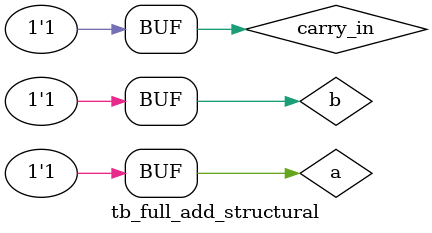
<source format=v>
`timescale 1ns/100ps
module tb_full_add_structural;
    reg a;
    reg b;
    reg carry_in;
    wire sum;
    wire carry;

    full_add_structural FULL_ADD (
        .a(a),
        .b(b),
        .carry_in(carry_in),
        .sum(sum),
        .carry(carry)
    );

    initial begin
        $monitor(" a=%b, b=%b, carry_in=%b, sum=%b, carry=%b", a, b, carry_in, sum, carry);
        a = 0; b = 0; carry_in = 0;
        #1 a = 0; b = 1; carry_in = 0;
        #1 a = 1; b = 0; carry_in = 1;
        #1 a = 1; b = 1; carry_in = 0;
        #1 a = 1; b = 1; carry_in = 1;
    end
endmodule

</source>
